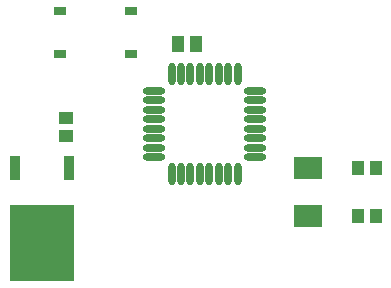
<source format=gbp>
G04*
G04 #@! TF.GenerationSoftware,Altium Limited,Altium Designer,23.7.1 (13)*
G04*
G04 Layer_Color=128*
%FSLAX25Y25*%
%MOIN*%
G70*
G04*
G04 #@! TF.SameCoordinates,2AD03240-4C21-4CDD-82D0-605F0999EC7E*
G04*
G04*
G04 #@! TF.FilePolarity,Positive*
G04*
G01*
G75*
%ADD19R,0.05151X0.03960*%
%ADD45O,0.07677X0.02362*%
%ADD46O,0.02362X0.07677*%
%ADD47R,0.03937X0.02756*%
%ADD48R,0.03740X0.08268*%
%ADD49R,0.21654X0.25591*%
%ADD50R,0.03960X0.05151*%
%ADD51R,0.09449X0.07480*%
%ADD52R,0.03937X0.05315*%
D19*
X23622Y57180D02*
D03*
Y62899D02*
D03*
D45*
X86614Y72047D02*
D03*
Y68898D02*
D03*
Y65748D02*
D03*
Y62599D02*
D03*
Y59449D02*
D03*
Y56299D02*
D03*
Y53150D02*
D03*
Y50000D02*
D03*
X53150D02*
D03*
Y53150D02*
D03*
Y56299D02*
D03*
Y59449D02*
D03*
Y62599D02*
D03*
Y65748D02*
D03*
Y68898D02*
D03*
Y72047D02*
D03*
D46*
X80906Y44292D02*
D03*
X77756D02*
D03*
X74606D02*
D03*
X71457D02*
D03*
X68307D02*
D03*
X65158D02*
D03*
X62008D02*
D03*
X58858D02*
D03*
Y77756D02*
D03*
X62008D02*
D03*
X65158D02*
D03*
X68307D02*
D03*
X71457D02*
D03*
X74606D02*
D03*
X77756D02*
D03*
X80906D02*
D03*
D47*
X45276Y98819D02*
D03*
X21654D02*
D03*
X45276Y84252D02*
D03*
X21654D02*
D03*
D48*
X6654Y46260D02*
D03*
X24606D02*
D03*
D49*
X15630Y21457D02*
D03*
D50*
X126875Y46260D02*
D03*
X121157D02*
D03*
X126875Y30512D02*
D03*
X121157D02*
D03*
D51*
X104331Y46457D02*
D03*
Y30315D02*
D03*
D52*
X66929Y87599D02*
D03*
X61023D02*
D03*
M02*

</source>
